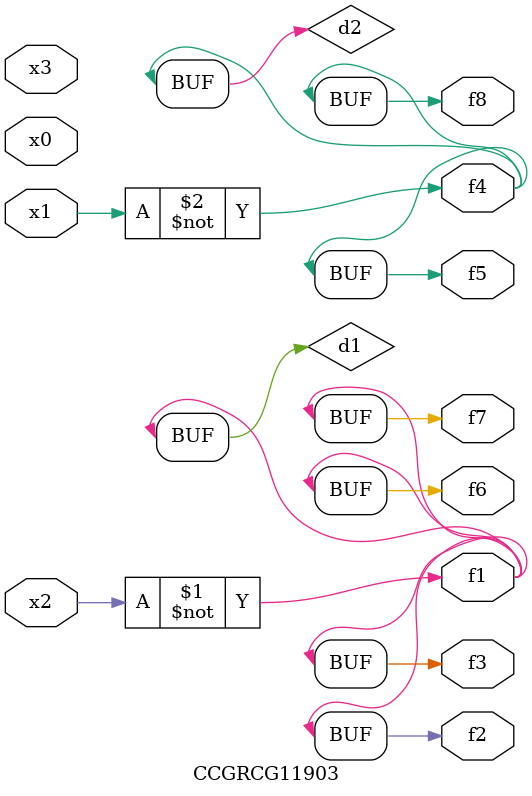
<source format=v>
module CCGRCG11903(
	input x0, x1, x2, x3,
	output f1, f2, f3, f4, f5, f6, f7, f8
);

	wire d1, d2;

	xnor (d1, x2);
	not (d2, x1);
	assign f1 = d1;
	assign f2 = d1;
	assign f3 = d1;
	assign f4 = d2;
	assign f5 = d2;
	assign f6 = d1;
	assign f7 = d1;
	assign f8 = d2;
endmodule

</source>
